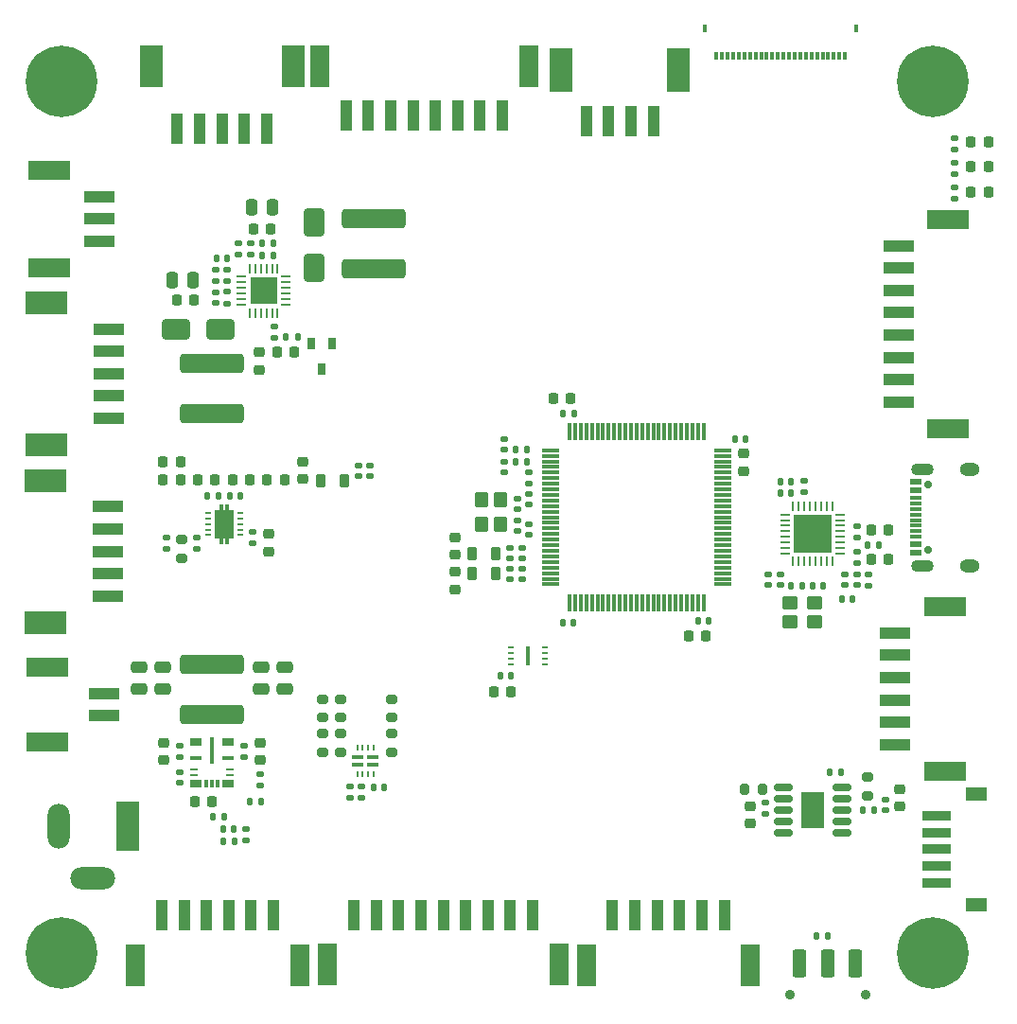
<source format=gbr>
%TF.GenerationSoftware,KiCad,Pcbnew,9.0.6*%
%TF.CreationDate,2026-01-14T23:48:26-05:00*%
%TF.ProjectId,DebuggingBoard,44656275-6767-4696-9e67-426f6172642e,rev?*%
%TF.SameCoordinates,Original*%
%TF.FileFunction,Soldermask,Top*%
%TF.FilePolarity,Negative*%
%FSLAX46Y46*%
G04 Gerber Fmt 4.6, Leading zero omitted, Abs format (unit mm)*
G04 Created by KiCad (PCBNEW 9.0.6) date 2026-01-14 23:48:26*
%MOMM*%
%LPD*%
G01*
G04 APERTURE LIST*
G04 Aperture macros list*
%AMRoundRect*
0 Rectangle with rounded corners*
0 $1 Rounding radius*
0 $2 $3 $4 $5 $6 $7 $8 $9 X,Y pos of 4 corners*
0 Add a 4 corners polygon primitive as box body*
4,1,4,$2,$3,$4,$5,$6,$7,$8,$9,$2,$3,0*
0 Add four circle primitives for the rounded corners*
1,1,$1+$1,$2,$3*
1,1,$1+$1,$4,$5*
1,1,$1+$1,$6,$7*
1,1,$1+$1,$8,$9*
0 Add four rect primitives between the rounded corners*
20,1,$1+$1,$2,$3,$4,$5,0*
20,1,$1+$1,$4,$5,$6,$7,0*
20,1,$1+$1,$6,$7,$8,$9,0*
20,1,$1+$1,$8,$9,$2,$3,0*%
%AMFreePoly0*
4,1,45,-0.094645,1.735355,-0.080000,1.700000,-0.080000,1.250000,0.070000,1.250000,0.070000,1.700000,0.084645,1.735355,0.120000,1.750000,0.370000,1.750000,0.405355,1.735355,0.420000,1.700000,0.420000,1.250000,0.820000,1.250000,0.855355,1.235355,0.870000,1.200000,0.870000,-1.200000,0.855355,-1.235355,0.820000,-1.250000,0.420000,-1.250000,0.420000,-1.700000,0.405355,-1.735355,
0.370000,-1.750000,0.120000,-1.750000,0.084645,-1.735355,0.070000,-1.700000,0.070000,-1.250000,-0.080000,-1.250000,-0.080000,-1.700000,-0.094645,-1.735355,-0.130000,-1.750000,-0.380000,-1.750000,-0.415355,-1.735355,-0.430000,-1.700000,-0.430000,-1.250000,-0.830000,-1.250000,-0.865355,-1.235355,-0.880000,-1.200000,-0.880000,1.200000,-0.865355,1.235355,-0.830000,1.250000,-0.430000,1.250000,
-0.430000,1.700000,-0.415355,1.735355,-0.380000,1.750000,-0.130000,1.750000,-0.094645,1.735355,-0.094645,1.735355,$1*%
G04 Aperture macros list end*
%ADD10R,1.000000X2.700000*%
%ADD11R,1.800000X3.800000*%
%ADD12C,0.450000*%
%ADD13R,0.600000X0.250000*%
%ADD14FreePoly0,0.000000*%
%ADD15RoundRect,0.135000X0.185000X-0.135000X0.185000X0.135000X-0.185000X0.135000X-0.185000X-0.135000X0*%
%ADD16RoundRect,0.218750X0.218750X0.256250X-0.218750X0.256250X-0.218750X-0.256250X0.218750X-0.256250X0*%
%ADD17RoundRect,0.135000X0.135000X0.185000X-0.135000X0.185000X-0.135000X-0.185000X0.135000X-0.185000X0*%
%ADD18RoundRect,0.225000X-0.225000X-0.250000X0.225000X-0.250000X0.225000X0.250000X-0.225000X0.250000X0*%
%ADD19RoundRect,0.075000X-0.725000X-0.075000X0.725000X-0.075000X0.725000X0.075000X-0.725000X0.075000X0*%
%ADD20RoundRect,0.075000X-0.075000X-0.725000X0.075000X-0.725000X0.075000X0.725000X-0.075000X0.725000X0*%
%ADD21RoundRect,0.140000X0.140000X0.170000X-0.140000X0.170000X-0.140000X-0.170000X0.140000X-0.170000X0*%
%ADD22RoundRect,0.200000X0.275000X-0.200000X0.275000X0.200000X-0.275000X0.200000X-0.275000X-0.200000X0*%
%ADD23RoundRect,0.140000X-0.140000X-0.170000X0.140000X-0.170000X0.140000X0.170000X-0.140000X0.170000X0*%
%ADD24RoundRect,0.140000X-0.170000X0.140000X-0.170000X-0.140000X0.170000X-0.140000X0.170000X0.140000X0*%
%ADD25RoundRect,0.225000X0.250000X-0.225000X0.250000X0.225000X-0.250000X0.225000X-0.250000X-0.225000X0*%
%ADD26RoundRect,0.225000X-0.250000X0.225000X-0.250000X-0.225000X0.250000X-0.225000X0.250000X0.225000X0*%
%ADD27C,0.800000*%
%ADD28C,6.400000*%
%ADD29RoundRect,0.140000X0.170000X-0.140000X0.170000X0.140000X-0.170000X0.140000X-0.170000X-0.140000X0*%
%ADD30RoundRect,0.250000X-2.600000X0.600000X-2.600000X-0.600000X2.600000X-0.600000X2.600000X0.600000X0*%
%ADD31RoundRect,0.218750X-0.218750X-0.256250X0.218750X-0.256250X0.218750X0.256250X-0.218750X0.256250X0*%
%ADD32R,2.700000X1.000000*%
%ADD33R,3.800000X1.800000*%
%ADD34RoundRect,0.200000X-0.275000X0.200000X-0.275000X-0.200000X0.275000X-0.200000X0.275000X0.200000X0*%
%ADD35R,2.000000X4.500000*%
%ADD36O,2.000000X4.000000*%
%ADD37O,4.000000X2.000000*%
%ADD38R,3.800000X2.000000*%
%ADD39RoundRect,0.250000X-0.475000X0.250000X-0.475000X-0.250000X0.475000X-0.250000X0.475000X0.250000X0*%
%ADD40R,0.800000X1.000000*%
%ADD41RoundRect,0.218750X-0.218750X-0.381250X0.218750X-0.381250X0.218750X0.381250X-0.218750X0.381250X0*%
%ADD42RoundRect,0.135000X-0.135000X-0.185000X0.135000X-0.185000X0.135000X0.185000X-0.135000X0.185000X0*%
%ADD43RoundRect,0.250000X0.250000X0.475000X-0.250000X0.475000X-0.250000X-0.475000X0.250000X-0.475000X0*%
%ADD44RoundRect,0.250000X-0.350000X0.450000X-0.350000X-0.450000X0.350000X-0.450000X0.350000X0.450000X0*%
%ADD45R,0.300000X0.800000*%
%ADD46R,0.400000X0.800000*%
%ADD47RoundRect,0.250000X2.600000X-0.600000X2.600000X0.600000X-2.600000X0.600000X-2.600000X-0.600000X0*%
%ADD48C,0.700000*%
%ADD49R,1.100000X0.550000*%
%ADD50R,1.100000X0.300000*%
%ADD51O,2.000000X1.100000*%
%ADD52O,1.800000X1.200000*%
%ADD53RoundRect,0.250000X0.450000X0.350000X-0.450000X0.350000X-0.450000X-0.350000X0.450000X-0.350000X0*%
%ADD54RoundRect,0.225000X0.225000X0.250000X-0.225000X0.250000X-0.225000X-0.250000X0.225000X-0.250000X0*%
%ADD55RoundRect,0.218750X0.218750X0.381250X-0.218750X0.381250X-0.218750X-0.381250X0.218750X-0.381250X0*%
%ADD56RoundRect,0.150000X-0.687500X-0.150000X0.687500X-0.150000X0.687500X0.150000X-0.687500X0.150000X0*%
%ADD57R,2.100000X3.300000*%
%ADD58RoundRect,0.062500X0.062500X-0.325000X0.062500X0.325000X-0.062500X0.325000X-0.062500X-0.325000X0*%
%ADD59RoundRect,0.062500X0.325000X-0.062500X0.325000X0.062500X-0.325000X0.062500X-0.325000X-0.062500X0*%
%ADD60R,2.450000X2.450000*%
%ADD61R,2.000000X3.800000*%
%ADD62RoundRect,0.135000X-0.185000X0.135000X-0.185000X-0.135000X0.185000X-0.135000X0.185000X0.135000X0*%
%ADD63RoundRect,0.250000X-1.000000X-0.650000X1.000000X-0.650000X1.000000X0.650000X-1.000000X0.650000X0*%
%ADD64R,1.050000X0.400000*%
%ADD65O,1.050000X0.400000*%
%ADD66O,0.200000X0.600000*%
%ADD67RoundRect,0.250000X0.650000X-1.000000X0.650000X1.000000X-0.650000X1.000000X-0.650000X-1.000000X0*%
%ADD68RoundRect,0.062500X0.375000X0.062500X-0.375000X0.062500X-0.375000X-0.062500X0.375000X-0.062500X0*%
%ADD69RoundRect,0.062500X0.062500X0.375000X-0.062500X0.375000X-0.062500X-0.375000X0.062500X-0.375000X0*%
%ADD70R,3.450000X3.450000*%
%ADD71R,2.000000X4.000000*%
%ADD72C,0.900000*%
%ADD73RoundRect,0.250000X-0.375000X-1.000000X0.375000X-1.000000X0.375000X1.000000X-0.375000X1.000000X0*%
%ADD74R,0.600000X0.280000*%
%ADD75R,0.300000X1.700000*%
%ADD76R,2.600000X0.850013*%
%ADD77R,1.900000X1.300000*%
%ADD78R,1.000000X0.700000*%
%ADD79R,0.300000X0.700000*%
%ADD80R,0.700000X0.250000*%
%ADD81R,1.000000X0.400000*%
%ADD82R,1.000000X0.800000*%
%ADD83R,0.400000X2.400000*%
%ADD84RoundRect,0.200000X0.200000X0.275000X-0.200000X0.275000X-0.200000X-0.275000X0.200000X-0.275000X0*%
G04 APERTURE END LIST*
D10*
%TO.C,U14*%
X115494945Y-54065195D03*
X113494945Y-54065195D03*
X111494945Y-54065195D03*
X109494945Y-54065195D03*
X107494945Y-54065195D03*
X105494945Y-54065195D03*
X103494945Y-54065195D03*
X101494945Y-54065195D03*
D11*
X117850038Y-49620441D03*
X99150013Y-49620441D03*
%TD*%
D12*
%TO.C,U7*%
X90250000Y-90600000D03*
X90600000Y-89850000D03*
X90600000Y-91350000D03*
X90950000Y-90600000D03*
D13*
X89200000Y-89600000D03*
X89200000Y-90100000D03*
X89200000Y-90600000D03*
X89200000Y-91100000D03*
X89200000Y-91600000D03*
X92000000Y-91600000D03*
X92000000Y-91100000D03*
X92000000Y-90600000D03*
X92000000Y-90100000D03*
X92000000Y-89600000D03*
D14*
X90600000Y-90600000D03*
%TD*%
D15*
%TO.C,R35*%
X156000000Y-57110000D03*
X156000000Y-56090000D03*
%TD*%
D16*
%TO.C,D5*%
X158987500Y-56400000D03*
X157412500Y-56400000D03*
%TD*%
D15*
%TO.C,R25*%
X156000000Y-59300000D03*
X156000000Y-58280000D03*
%TD*%
D16*
%TO.C,D1*%
X158987500Y-58590000D03*
X157412500Y-58590000D03*
%TD*%
D17*
%TO.C,R22*%
X145810000Y-112800000D03*
X144790000Y-112800000D03*
%TD*%
D15*
%TO.C,R14*%
X101825000Y-115120000D03*
X101825000Y-114100000D03*
%TD*%
%TO.C,R31*%
X85400000Y-92810000D03*
X85400000Y-91790000D03*
%TD*%
D18*
%TO.C,C60*%
X87950000Y-115420000D03*
X89500000Y-115420000D03*
%TD*%
D19*
%TO.C,U2*%
X119825000Y-84000000D03*
X119825000Y-84500000D03*
X119825000Y-85000000D03*
X119825000Y-85500000D03*
X119825000Y-86000000D03*
X119825000Y-86500000D03*
X119825000Y-87000000D03*
X119825000Y-87500000D03*
X119825000Y-88000000D03*
X119825000Y-88500000D03*
X119825000Y-89000000D03*
X119825000Y-89500000D03*
X119825000Y-90000000D03*
X119825000Y-90500000D03*
X119825000Y-91000000D03*
X119825000Y-91500000D03*
X119825000Y-92000000D03*
X119825000Y-92500000D03*
X119825000Y-93000000D03*
X119825000Y-93500000D03*
X119825000Y-94000000D03*
X119825000Y-94500000D03*
X119825000Y-95000000D03*
X119825000Y-95500000D03*
X119825000Y-96000000D03*
D20*
X121500000Y-97675000D03*
X122000000Y-97675000D03*
X122500000Y-97675000D03*
X123000000Y-97675000D03*
X123500000Y-97675000D03*
X124000000Y-97675000D03*
X124500000Y-97675000D03*
X125000000Y-97675000D03*
X125500000Y-97675000D03*
X126000000Y-97675000D03*
X126500000Y-97675000D03*
X127000000Y-97675000D03*
X127500000Y-97675000D03*
X128000000Y-97675000D03*
X128500000Y-97675000D03*
X129000000Y-97675000D03*
X129500000Y-97675000D03*
X130000000Y-97675000D03*
X130500000Y-97675000D03*
X131000000Y-97675000D03*
X131500000Y-97675000D03*
X132000000Y-97675000D03*
X132500000Y-97675000D03*
X133000000Y-97675000D03*
X133500000Y-97675000D03*
D19*
X135175000Y-96000000D03*
X135175000Y-95500000D03*
X135175000Y-95000000D03*
X135175000Y-94500000D03*
X135175000Y-94000000D03*
X135175000Y-93500000D03*
X135175000Y-93000000D03*
X135175000Y-92500000D03*
X135175000Y-92000000D03*
X135175000Y-91500000D03*
X135175000Y-91000000D03*
X135175000Y-90500000D03*
X135175000Y-90000000D03*
X135175000Y-89500000D03*
X135175000Y-89000000D03*
X135175000Y-88500000D03*
X135175000Y-88000000D03*
X135175000Y-87500000D03*
X135175000Y-87000000D03*
X135175000Y-86500000D03*
X135175000Y-86000000D03*
X135175000Y-85500000D03*
X135175000Y-85000000D03*
X135175000Y-84500000D03*
X135175000Y-84000000D03*
D20*
X133500000Y-82325000D03*
X133000000Y-82325000D03*
X132500000Y-82325000D03*
X132000000Y-82325000D03*
X131500000Y-82325000D03*
X131000000Y-82325000D03*
X130500000Y-82325000D03*
X130000000Y-82325000D03*
X129500000Y-82325000D03*
X129000000Y-82325000D03*
X128500000Y-82325000D03*
X128000000Y-82325000D03*
X127500000Y-82325000D03*
X127000000Y-82325000D03*
X126500000Y-82325000D03*
X126000000Y-82325000D03*
X125500000Y-82325000D03*
X125000000Y-82325000D03*
X124500000Y-82325000D03*
X124000000Y-82325000D03*
X123500000Y-82325000D03*
X123000000Y-82325000D03*
X122500000Y-82325000D03*
X122000000Y-82325000D03*
X121500000Y-82325000D03*
%TD*%
D21*
%TO.C,C35*%
X141300000Y-86800000D03*
X140340000Y-86800000D03*
%TD*%
D18*
%TO.C,C9*%
X132150000Y-100600000D03*
X133700000Y-100600000D03*
%TD*%
D22*
%TO.C,R9*%
X100970000Y-111025000D03*
X100970000Y-109375000D03*
%TD*%
D23*
%TO.C,C5*%
X120940000Y-80700000D03*
X121900000Y-80700000D03*
%TD*%
D24*
%TO.C,C33*%
X147200000Y-90820000D03*
X147200000Y-91780000D03*
%TD*%
D18*
%TO.C,C40*%
X88225000Y-86650000D03*
X89775000Y-86650000D03*
%TD*%
D25*
%TO.C,C16*%
X137687500Y-117400000D03*
X137687500Y-115850000D03*
%TD*%
%TO.C,C1*%
X111250000Y-93370000D03*
X111250000Y-91820000D03*
%TD*%
D26*
%TO.C,C11*%
X151087500Y-114350000D03*
X151087500Y-115900000D03*
%TD*%
D27*
%TO.C,H4*%
X151600000Y-51000000D03*
X152302944Y-49302944D03*
X152302944Y-52697056D03*
X154000000Y-48600000D03*
D28*
X154000000Y-51000000D03*
D27*
X154000000Y-53400000D03*
X155697056Y-49302944D03*
X155697056Y-52697056D03*
X156400000Y-51000000D03*
%TD*%
D24*
%TO.C,C20*%
X116200000Y-94620000D03*
X116200000Y-95580000D03*
%TD*%
D29*
%TO.C,C62*%
X92400000Y-111420000D03*
X92400000Y-110460000D03*
%TD*%
D30*
%TO.C,L2*%
X103980000Y-63257500D03*
X103980000Y-67757500D03*
%TD*%
D21*
%TO.C,C26*%
X141300000Y-87800000D03*
X140340000Y-87800000D03*
%TD*%
D31*
%TO.C,FB4*%
X85112500Y-86650000D03*
X86687500Y-86650000D03*
%TD*%
D15*
%TO.C,R12*%
X88100000Y-92810000D03*
X88100000Y-91790000D03*
%TD*%
D22*
%TO.C,R17*%
X105570000Y-111025000D03*
X105570000Y-109375000D03*
%TD*%
D24*
%TO.C,C66*%
X86600000Y-112800000D03*
X86600000Y-113760000D03*
%TD*%
D32*
%TO.C,U11*%
X150934805Y-79694920D03*
X150934805Y-77694920D03*
X150934805Y-75694920D03*
X150934805Y-73694920D03*
X150934805Y-71694920D03*
X150934805Y-69694920D03*
X150934805Y-67694920D03*
X150934805Y-65694920D03*
D33*
X155379559Y-82050013D03*
X155379559Y-63349988D03*
%TD*%
D29*
%TO.C,C50*%
X89800000Y-70830000D03*
X89800000Y-69870000D03*
%TD*%
D34*
%TO.C,R8*%
X99370000Y-109375000D03*
X99370000Y-111025000D03*
%TD*%
D35*
%TO.C,J1*%
X82000000Y-117600000D03*
D36*
X75800000Y-117600000D03*
D37*
X78800000Y-122300000D03*
%TD*%
D24*
%TO.C,C36*%
X140350000Y-95120000D03*
X140350000Y-96080000D03*
%TD*%
D22*
%TO.C,R18*%
X105570000Y-107925000D03*
X105570000Y-106275000D03*
%TD*%
D32*
%TO.C,U17*%
X80299950Y-73150013D03*
X80299950Y-75150013D03*
X80299950Y-77150013D03*
X80299950Y-79150013D03*
X80299950Y-81150013D03*
D38*
X74700000Y-70800000D03*
X74700000Y-83500026D03*
%TD*%
D21*
%TO.C,C42*%
X104905000Y-114200000D03*
X103945000Y-114200000D03*
%TD*%
D26*
%TO.C,C21*%
X111250000Y-94900000D03*
X111250000Y-96450000D03*
%TD*%
D29*
%TO.C,C6*%
X117250000Y-93700000D03*
X117250000Y-92740000D03*
%TD*%
D15*
%TO.C,R16*%
X90850000Y-70860000D03*
X90850000Y-69840000D03*
%TD*%
D39*
%TO.C,C71*%
X96005000Y-103450000D03*
X96005000Y-105350000D03*
%TD*%
D23*
%TO.C,C43*%
X89090000Y-88100000D03*
X90050000Y-88100000D03*
%TD*%
D21*
%TO.C,C10*%
X133960000Y-99300000D03*
X133000000Y-99300000D03*
%TD*%
D23*
%TO.C,C7*%
X136300000Y-83000000D03*
X137260000Y-83000000D03*
%TD*%
D40*
%TO.C,Q1*%
X100250000Y-74450000D03*
X98350000Y-74450000D03*
X99300000Y-76750000D03*
%TD*%
D18*
%TO.C,C23*%
X148475000Y-91100000D03*
X150025000Y-91100000D03*
%TD*%
D17*
%TO.C,R3*%
X149210000Y-92450000D03*
X148190000Y-92450000D03*
%TD*%
%TO.C,R26*%
X91510000Y-119000000D03*
X90490000Y-119000000D03*
%TD*%
D24*
%TO.C,C32*%
X147200000Y-95100000D03*
X147200000Y-96060000D03*
%TD*%
D15*
%TO.C,R15*%
X93000000Y-66510000D03*
X93000000Y-65490000D03*
%TD*%
D41*
%TO.C,FB2*%
X112787500Y-95050000D03*
X114912500Y-95050000D03*
%TD*%
D24*
%TO.C,C8*%
X116830000Y-90280000D03*
X116830000Y-91240000D03*
%TD*%
D29*
%TO.C,C46*%
X91900000Y-66480000D03*
X91900000Y-65520000D03*
%TD*%
D32*
%TO.C,U26*%
X150650166Y-110349987D03*
X150650166Y-108349987D03*
X150650166Y-106349987D03*
X150650166Y-104349987D03*
X150650166Y-102349987D03*
X150650166Y-100349987D03*
D33*
X155100000Y-112700000D03*
X155100000Y-97999974D03*
%TD*%
D42*
%TO.C,R32*%
X116690000Y-83900000D03*
X117710000Y-83900000D03*
%TD*%
D43*
%TO.C,C52*%
X87800000Y-68800000D03*
X85900000Y-68800000D03*
%TD*%
D44*
%TO.C,Y1*%
X113630000Y-88440000D03*
X113630000Y-90640000D03*
X115330000Y-90640000D03*
X115330000Y-88440000D03*
%TD*%
D45*
%TO.C,U10*%
X146150064Y-48750064D03*
X145649936Y-48750064D03*
X145150064Y-48750064D03*
X144649936Y-48750064D03*
X144150064Y-48750064D03*
X143649936Y-48750064D03*
X143150064Y-48750064D03*
X142649936Y-48750064D03*
X142150064Y-48750064D03*
X141649936Y-48750064D03*
X141150064Y-48750064D03*
X140649936Y-48750064D03*
X140150064Y-48750064D03*
X139649936Y-48750064D03*
X139150064Y-48750064D03*
X138649936Y-48750064D03*
X138150064Y-48750064D03*
X137649936Y-48750064D03*
X137150064Y-48750064D03*
X136649936Y-48750064D03*
X136150064Y-48750064D03*
X135649936Y-48750064D03*
X135150064Y-48750064D03*
X134649936Y-48750064D03*
D46*
X147150064Y-46249936D03*
X133649936Y-46249936D03*
%TD*%
D29*
%TO.C,C58*%
X115700000Y-83980000D03*
X115700000Y-83020000D03*
%TD*%
D39*
%TO.C,C67*%
X85105000Y-103450000D03*
X85105000Y-105350000D03*
%TD*%
D47*
%TO.C,L1*%
X89500000Y-80750000D03*
X89500000Y-76250000D03*
%TD*%
D48*
%TO.C,USB1*%
X153600000Y-92890000D03*
X153600000Y-87110000D03*
D49*
X152520000Y-93200000D03*
X152520000Y-92400000D03*
D50*
X152520000Y-91750000D03*
X152520000Y-91250000D03*
X152520000Y-90750000D03*
X152520000Y-90250000D03*
X152520000Y-89750000D03*
X152520000Y-89250000D03*
X152520000Y-88750000D03*
X152520000Y-88250000D03*
D49*
X152520000Y-87600000D03*
X152520000Y-86800000D03*
D51*
X153070000Y-94320000D03*
D52*
X157280000Y-94320000D03*
D51*
X153070000Y-85680000D03*
D52*
X157280000Y-85680000D03*
%TD*%
D24*
%TO.C,C19*%
X117250000Y-94620000D03*
X117250000Y-95580000D03*
%TD*%
%TO.C,C39*%
X95100000Y-72970000D03*
X95100000Y-73930000D03*
%TD*%
D29*
%TO.C,C2*%
X116200000Y-93700000D03*
X116200000Y-92740000D03*
%TD*%
D27*
%TO.C,H3*%
X151600000Y-129000000D03*
X152302944Y-127302944D03*
X152302944Y-130697056D03*
X154000000Y-126600000D03*
D28*
X154000000Y-129000000D03*
D27*
X154000000Y-131400000D03*
X155697056Y-127302944D03*
X155697056Y-130697056D03*
X156400000Y-129000000D03*
%TD*%
D53*
%TO.C,Y2*%
X143400000Y-97670000D03*
X141200000Y-97670000D03*
X141200000Y-99370000D03*
X143400000Y-99370000D03*
%TD*%
D15*
%TO.C,R5*%
X142500000Y-87720000D03*
X142500000Y-86700000D03*
%TD*%
D54*
%TO.C,C54*%
X87875000Y-70600000D03*
X86325000Y-70600000D03*
%TD*%
D55*
%TO.C,FB1*%
X114912500Y-93270000D03*
X112787500Y-93270000D03*
%TD*%
D34*
%TO.C,R7*%
X99370000Y-106275000D03*
X99370000Y-107925000D03*
%TD*%
%TO.C,R13*%
X86750000Y-92025000D03*
X86750000Y-93675000D03*
%TD*%
D56*
%TO.C,U1*%
X140650000Y-114200000D03*
X140650000Y-115200000D03*
X140650000Y-116200000D03*
X140650000Y-117200000D03*
X140650000Y-118200000D03*
X145925000Y-118200000D03*
X145925000Y-117200000D03*
X145925000Y-116200000D03*
X145925000Y-115200000D03*
X145925000Y-114200000D03*
D57*
X143287500Y-116200000D03*
%TD*%
D21*
%TO.C,C49*%
X92060000Y-88100000D03*
X91100000Y-88100000D03*
%TD*%
D58*
%TO.C,U5*%
X92880000Y-71707500D03*
X93380000Y-71707500D03*
X93880000Y-71707500D03*
X94380000Y-71707500D03*
X94880000Y-71707500D03*
X95380000Y-71707500D03*
D59*
X96117500Y-70970000D03*
X96117500Y-70470000D03*
X96117500Y-69970000D03*
X96117500Y-69470000D03*
X96117500Y-68970000D03*
X96117500Y-68470000D03*
D58*
X95380000Y-67732500D03*
X94880000Y-67732500D03*
X94380000Y-67732500D03*
X93880000Y-67732500D03*
X93380000Y-67732500D03*
X92880000Y-67732500D03*
D59*
X92142500Y-68470000D03*
X92142500Y-68970000D03*
X92142500Y-69470000D03*
X92142500Y-69970000D03*
X92142500Y-70470000D03*
X92142500Y-70970000D03*
D60*
X94130000Y-69720000D03*
%TD*%
D24*
%TO.C,C28*%
X139250000Y-95120000D03*
X139250000Y-96080000D03*
%TD*%
D21*
%TO.C,C68*%
X91480000Y-117900000D03*
X90520000Y-117900000D03*
%TD*%
D10*
%TO.C,U23*%
X94400000Y-55238462D03*
X92400000Y-55238462D03*
X90400000Y-55238462D03*
X88400000Y-55238462D03*
X86400000Y-55238462D03*
D61*
X96750013Y-49638512D03*
X84049987Y-49638512D03*
%TD*%
D17*
%TO.C,R27*%
X90610000Y-116800000D03*
X89590000Y-116800000D03*
%TD*%
D43*
%TO.C,C53*%
X94950000Y-62300000D03*
X93050000Y-62300000D03*
%TD*%
D62*
%TO.C,R24*%
X93795000Y-112990000D03*
X93795000Y-114010000D03*
%TD*%
D34*
%TO.C,R1*%
X148187500Y-113250000D03*
X148187500Y-114900000D03*
%TD*%
D10*
%TO.C,U21*%
X85000000Y-125597816D03*
X87000000Y-125597816D03*
X89000000Y-125597816D03*
X91000000Y-125597816D03*
X93000000Y-125597816D03*
X95000000Y-125597816D03*
D11*
X82649987Y-130047650D03*
X97350013Y-130047650D03*
%TD*%
D63*
%TO.C,D2*%
X86250000Y-73200000D03*
X90250000Y-73200000D03*
%TD*%
D10*
%TO.C,U22*%
X102200000Y-125584100D03*
X104200000Y-125584100D03*
X106200000Y-125584100D03*
X108200000Y-125584100D03*
X110200000Y-125584100D03*
X112200000Y-125584100D03*
X114200000Y-125584100D03*
X116200000Y-125584100D03*
X118200000Y-125584100D03*
D11*
X99849987Y-130033934D03*
X120550013Y-130033934D03*
%TD*%
D15*
%TO.C,R34*%
X156000000Y-61510000D03*
X156000000Y-60490000D03*
%TD*%
D31*
%TO.C,FB6*%
X94412500Y-86650000D03*
X95987500Y-86650000D03*
%TD*%
D24*
%TO.C,C69*%
X138987500Y-115550000D03*
X138987500Y-116510000D03*
%TD*%
D62*
%TO.C,R4*%
X148250000Y-95090000D03*
X148250000Y-96110000D03*
%TD*%
D26*
%TO.C,C70*%
X85200000Y-110165000D03*
X85200000Y-111715000D03*
%TD*%
D54*
%TO.C,C51*%
X92900000Y-86650000D03*
X91350000Y-86650000D03*
%TD*%
D29*
%TO.C,C44*%
X90850000Y-68830000D03*
X90850000Y-67870000D03*
%TD*%
D25*
%TO.C,C65*%
X93795000Y-111715000D03*
X93795000Y-110165000D03*
%TD*%
D17*
%TO.C,R19*%
X95010000Y-65500000D03*
X93990000Y-65500000D03*
%TD*%
D25*
%TO.C,C41*%
X93750000Y-76800000D03*
X93750000Y-75250000D03*
%TD*%
D10*
%TO.C,U20*%
X125350000Y-125595466D03*
X127350000Y-125595466D03*
X129350000Y-125595466D03*
X131350000Y-125595466D03*
X133350000Y-125595466D03*
X135350000Y-125595466D03*
D11*
X122999987Y-130045300D03*
X137700013Y-130045300D03*
%TD*%
D25*
%TO.C,C13*%
X137100000Y-85850000D03*
X137100000Y-84300000D03*
%TD*%
D17*
%TO.C,R29*%
X148787500Y-116200000D03*
X147767500Y-116200000D03*
%TD*%
D29*
%TO.C,C59*%
X103650000Y-86300000D03*
X103650000Y-85340000D03*
%TD*%
D64*
%TO.C,U6*%
X103920000Y-112150000D03*
D65*
X103920000Y-111450000D03*
D66*
X104000000Y-110650000D03*
X103500000Y-110650000D03*
X103000000Y-110650000D03*
X102500000Y-110650000D03*
D65*
X102570000Y-111450000D03*
X102570000Y-112150000D03*
D66*
X102500000Y-112950000D03*
X103000000Y-112950000D03*
X103500000Y-112950000D03*
X104000000Y-112950000D03*
%TD*%
D47*
%TO.C,L3*%
X89500000Y-107650000D03*
X89500000Y-103150000D03*
%TD*%
D25*
%TO.C,C56*%
X97600000Y-86575000D03*
X97600000Y-85025000D03*
%TD*%
D67*
%TO.C,D3*%
X98680000Y-67657500D03*
X98680000Y-63657500D03*
%TD*%
D23*
%TO.C,C47*%
X94020000Y-66550000D03*
X94980000Y-66550000D03*
%TD*%
D24*
%TO.C,C18*%
X117900000Y-86000000D03*
X117900000Y-86960000D03*
%TD*%
D41*
%TO.C,FB8*%
X99200000Y-86700000D03*
X101325000Y-86700000D03*
%TD*%
D42*
%TO.C,R23*%
X92890000Y-115400000D03*
X93910000Y-115400000D03*
%TD*%
D68*
%TO.C,U4*%
X145700000Y-93250000D03*
X145700000Y-92750000D03*
X145700000Y-92250000D03*
X145700000Y-91750000D03*
X145700000Y-91250000D03*
X145700000Y-90750000D03*
X145700000Y-90250000D03*
X145700000Y-89750000D03*
D69*
X145012500Y-89062500D03*
X144512500Y-89062500D03*
X144012500Y-89062500D03*
X143512500Y-89062500D03*
X143012500Y-89062500D03*
X142512500Y-89062500D03*
X142012500Y-89062500D03*
X141512500Y-89062500D03*
D68*
X140825000Y-89750000D03*
X140825000Y-90250000D03*
X140825000Y-90750000D03*
X140825000Y-91250000D03*
X140825000Y-91750000D03*
X140825000Y-92250000D03*
X140825000Y-92750000D03*
X140825000Y-93250000D03*
D69*
X141512500Y-93937500D03*
X142012500Y-93937500D03*
X142512500Y-93937500D03*
X143012500Y-93937500D03*
X143512500Y-93937500D03*
X144012500Y-93937500D03*
X144512500Y-93937500D03*
X145012500Y-93937500D03*
D70*
X143262500Y-91500000D03*
%TD*%
D54*
%TO.C,C22*%
X116250000Y-105600000D03*
X114700000Y-105600000D03*
%TD*%
D42*
%TO.C,R6*%
X96140000Y-73900000D03*
X97160000Y-73900000D03*
%TD*%
D21*
%TO.C,C14*%
X121860000Y-99400000D03*
X120900000Y-99400000D03*
%TD*%
D10*
%TO.C,U24*%
X123000000Y-54600000D03*
X125000000Y-54600000D03*
X127000000Y-54600000D03*
X129000000Y-54600000D03*
D71*
X120750064Y-50000050D03*
X131249936Y-50000050D03*
%TD*%
D27*
%TO.C,H1*%
X73600000Y-51000000D03*
X74302944Y-49302944D03*
X74302944Y-52697056D03*
X76000000Y-48600000D03*
D28*
X76000000Y-51000000D03*
D27*
X76000000Y-53400000D03*
X77697056Y-49302944D03*
X77697056Y-52697056D03*
X78400000Y-51000000D03*
%TD*%
D32*
%TO.C,U18*%
X79420599Y-65300000D03*
X79420599Y-63300000D03*
X79420599Y-61300000D03*
D33*
X74970511Y-67650013D03*
X74970511Y-58949987D03*
%TD*%
D18*
%TO.C,C27*%
X148475000Y-93800000D03*
X150025000Y-93800000D03*
%TD*%
D23*
%TO.C,C31*%
X143240000Y-96170000D03*
X144200000Y-96170000D03*
%TD*%
D15*
%TO.C,R28*%
X92575000Y-118910000D03*
X92575000Y-117890000D03*
%TD*%
D22*
%TO.C,R10*%
X100970000Y-107925000D03*
X100970000Y-106275000D03*
%TD*%
D24*
%TO.C,C12*%
X117900000Y-90590000D03*
X117900000Y-91550000D03*
%TD*%
D39*
%TO.C,C72*%
X83005000Y-103450000D03*
X83005000Y-105350000D03*
%TD*%
D21*
%TO.C,C45*%
X90880000Y-66800000D03*
X89920000Y-66800000D03*
%TD*%
D72*
%TO.C,SW1*%
X141200000Y-132700000D03*
X148000000Y-132700000D03*
D73*
X142100000Y-129950000D03*
X144600000Y-129950000D03*
X147100000Y-129950000D03*
%TD*%
D54*
%TO.C,C55*%
X94775000Y-64200000D03*
X93225000Y-64200000D03*
%TD*%
D39*
%TO.C,C64*%
X93905000Y-103450000D03*
X93905000Y-105350000D03*
%TD*%
D74*
%TO.C,U3*%
X119300000Y-103155000D03*
X119300000Y-102655000D03*
X119300000Y-102155000D03*
X119300000Y-101655000D03*
X116280000Y-101655000D03*
X116280000Y-102155000D03*
X116280000Y-102655000D03*
X116280000Y-103155000D03*
D75*
X117790000Y-102405000D03*
%TD*%
D21*
%TO.C,C24*%
X142300000Y-96170000D03*
X141340000Y-96170000D03*
%TD*%
D24*
%TO.C,C30*%
X147200000Y-93120000D03*
X147200000Y-94080000D03*
%TD*%
D32*
%TO.C,U13*%
X79824917Y-105750013D03*
X79824917Y-107750013D03*
D33*
X74800000Y-103400000D03*
X74800000Y-110100026D03*
%TD*%
D29*
%TO.C,C17*%
X117900000Y-88860000D03*
X117900000Y-87900000D03*
%TD*%
D24*
%TO.C,C63*%
X86595000Y-110460000D03*
X86595000Y-111420000D03*
%TD*%
D76*
%TO.C,U9*%
X154349834Y-122700127D03*
X154350088Y-121200000D03*
X154350088Y-119700127D03*
X154350088Y-118200000D03*
X154350088Y-116700127D03*
D77*
X157900000Y-124650089D03*
X157900000Y-114749911D03*
%TD*%
D29*
%TO.C,C3*%
X116830000Y-89300000D03*
X116830000Y-88340000D03*
%TD*%
D78*
%TO.C,U8*%
X88050000Y-113800000D03*
D79*
X88980000Y-113800000D03*
X89500000Y-113800000D03*
X90030000Y-113800000D03*
D78*
X90950000Y-113800000D03*
D80*
X91100000Y-113070000D03*
X91100000Y-112570000D03*
D81*
X90950000Y-111500000D03*
D82*
X90950000Y-110100000D03*
D83*
X89500000Y-110900000D03*
D82*
X88050000Y-110100000D03*
D81*
X88050000Y-111500000D03*
D80*
X87900000Y-112570000D03*
X87900000Y-113070000D03*
%TD*%
D84*
%TO.C,R30*%
X138800000Y-114300000D03*
X137150000Y-114300000D03*
%TD*%
D62*
%TO.C,R21*%
X93150000Y-91290000D03*
X93150000Y-92310000D03*
%TD*%
D54*
%TO.C,C38*%
X96875000Y-75250000D03*
X95325000Y-75250000D03*
%TD*%
D27*
%TO.C,H2*%
X73600000Y-129000000D03*
X74302944Y-127302944D03*
X74302944Y-130697056D03*
X76000000Y-126600000D03*
D28*
X76000000Y-129000000D03*
D27*
X76000000Y-131400000D03*
X77697056Y-127302944D03*
X77697056Y-130697056D03*
X78400000Y-129000000D03*
%TD*%
D32*
%TO.C,U12*%
X80199950Y-89050013D03*
X80199950Y-91050013D03*
X80199950Y-93050013D03*
X80199950Y-95050013D03*
X80199950Y-97050013D03*
D38*
X74600000Y-86700000D03*
X74600000Y-99400026D03*
%TD*%
D29*
%TO.C,C61*%
X102600000Y-86300000D03*
X102600000Y-85340000D03*
%TD*%
D24*
%TO.C,C15*%
X149787500Y-115240000D03*
X149787500Y-116200000D03*
%TD*%
D42*
%TO.C,R33*%
X116690000Y-85000000D03*
X117710000Y-85000000D03*
%TD*%
D18*
%TO.C,C4*%
X120050000Y-79400000D03*
X121600000Y-79400000D03*
%TD*%
D24*
%TO.C,C57*%
X115700000Y-85000000D03*
X115700000Y-85960000D03*
%TD*%
D21*
%TO.C,C25*%
X116260000Y-104200000D03*
X115300000Y-104200000D03*
%TD*%
D18*
%TO.C,C37*%
X85125000Y-85000000D03*
X86675000Y-85000000D03*
%TD*%
D15*
%TO.C,R20*%
X89800000Y-68860000D03*
X89800000Y-67840000D03*
%TD*%
D23*
%TO.C,C34*%
X145845000Y-97300000D03*
X146805000Y-97300000D03*
%TD*%
D62*
%TO.C,R11*%
X102900000Y-114100000D03*
X102900000Y-115120000D03*
%TD*%
D16*
%TO.C,D4*%
X158987500Y-60900000D03*
X157412500Y-60900000D03*
%TD*%
D26*
%TO.C,C48*%
X94550000Y-91500000D03*
X94550000Y-93050000D03*
%TD*%
D24*
%TO.C,C29*%
X146150000Y-95100000D03*
X146150000Y-96060000D03*
%TD*%
D42*
%TO.C,R2*%
X143590000Y-127500000D03*
X144610000Y-127500000D03*
%TD*%
M02*

</source>
